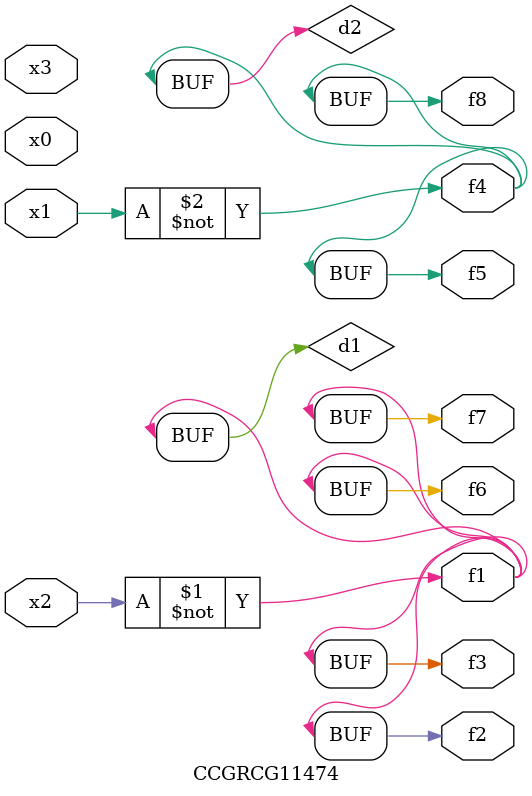
<source format=v>
module CCGRCG11474(
	input x0, x1, x2, x3,
	output f1, f2, f3, f4, f5, f6, f7, f8
);

	wire d1, d2;

	xnor (d1, x2);
	not (d2, x1);
	assign f1 = d1;
	assign f2 = d1;
	assign f3 = d1;
	assign f4 = d2;
	assign f5 = d2;
	assign f6 = d1;
	assign f7 = d1;
	assign f8 = d2;
endmodule

</source>
